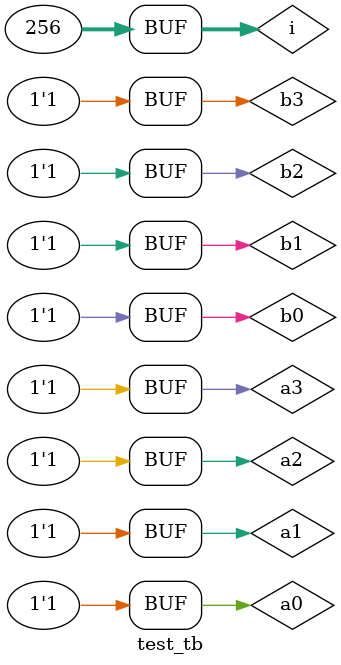
<source format=v>
module test_tb;
reg a0,a1,a2,a3,b0,b1,b2,b3;
wire p0,p1,p2,p3,p4,p5,p6,p7;
integer i;

multiplier test(a0,a1,a2,a3,b0,b1,b2,b3,p0,p1,p2,p3,p4,p5,p6,p7);

initial begin

   $dumpfile("test_tb.vcd");
   $dumpvars(0,test_tb);
   
   for(i=0;i<256;i=i+1)begin
      {a0,a1,a2,a3,b0,b1,b2,b3}=i;
      #10;
   end
    
end

endmodule
</source>
